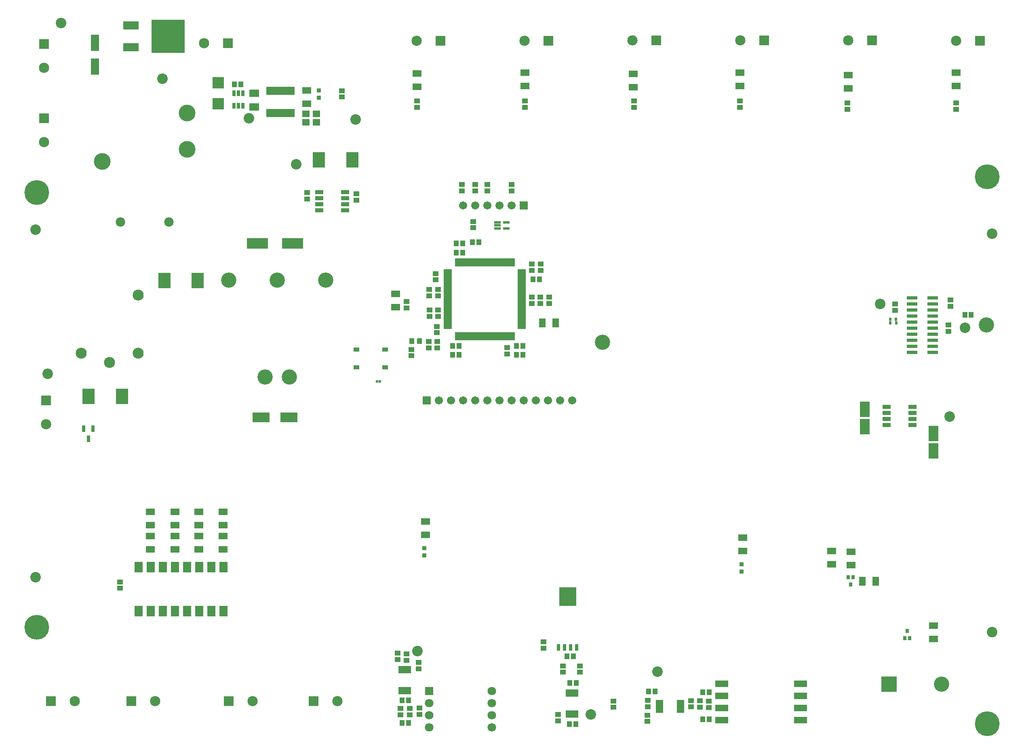
<source format=gts>
G04*
G04 #@! TF.GenerationSoftware,Altium Limited,Altium Designer,20.0.1 (14)*
G04*
G04 Layer_Color=8388736*
%FSLAX44Y44*%
%MOMM*%
G71*
G01*
G75*
%ADD61R,3.2032X1.8032*%
%ADD62R,6.9032X6.9032*%
%ADD63R,2.2032X0.8032*%
%ADD64C,2.2032*%
%ADD65R,1.4032X1.8532*%
%ADD66R,3.6032X3.9032*%
%ADD67R,0.8032X1.4032*%
%ADD68R,1.0532X1.1532*%
%ADD69R,0.6632X0.8482*%
%ADD70R,1.8532X1.4032*%
%ADD71C,2.2032*%
%ADD72R,1.1032X1.2032*%
%ADD73R,3.6532X2.0532*%
%ADD74R,1.2032X1.1032*%
%ADD75R,1.8032X3.4032*%
%ADD76R,1.1532X1.0532*%
%ADD77R,2.5032X3.2532*%
%ADD78R,1.7282X0.8532*%
%ADD79R,2.0532X3.2032*%
%ADD80R,0.6332X0.6350*%
%ADD81R,0.5532X0.6604*%
%ADD82R,0.5532X0.6350*%
%ADD83R,1.6032X0.6532*%
%ADD84R,4.4032X2.3032*%
%ADD85R,0.6532X1.6032*%
%ADD86R,1.6532X2.2032*%
%ADD87R,0.9032X0.9532*%
%ADD88R,1.4032X0.6032*%
%ADD89R,1.4032X0.5334*%
%ADD90R,1.0532X1.2032*%
%ADD91R,0.6282X0.5032*%
%ADD92R,1.2032X0.9032*%
%ADD93R,0.5032X1.6782*%
%ADD94R,1.6782X0.5032*%
%ADD95R,1.5532X1.3532*%
%ADD96R,5.9032X1.8032*%
%ADD97R,0.7532X1.2532*%
%ADD98R,2.0032X1.5032*%
%ADD99R,2.3532X2.4032*%
%ADD100R,2.8032X1.4032*%
%ADD101R,0.8032X1.4532*%
%ADD102C,5.2032*%
%ADD103R,2.1532X2.1532*%
%ADD104C,2.1532*%
%ADD105C,3.2032*%
%ADD106R,3.2032X3.2032*%
%ADD107R,2.1532X2.1532*%
%ADD108C,1.7032*%
%ADD109R,1.7032X1.7032*%
%ADD110C,1.8032*%
%ADD111R,1.8032X1.8032*%
%ADD112C,2.3032*%
%ADD113C,3.4932*%
%ADD114C,1.9732*%
D61*
X491610Y2089150D02*
D03*
Y2134870D02*
D03*
D62*
X570110Y2112010D02*
D03*
D63*
X2171360Y1563732D02*
D03*
Y1551033D02*
D03*
Y1525632D02*
D03*
Y1487533D02*
D03*
Y1462133D02*
D03*
Y1449433D02*
D03*
X2128860Y1563732D02*
D03*
Y1551033D02*
D03*
Y1525632D02*
D03*
Y1487533D02*
D03*
Y1462133D02*
D03*
Y1449433D02*
D03*
X2171360Y1538333D02*
D03*
Y1512932D02*
D03*
Y1500233D02*
D03*
Y1474832D02*
D03*
X2128860Y1538333D02*
D03*
Y1512932D02*
D03*
Y1500233D02*
D03*
Y1474832D02*
D03*
D64*
X292100Y977900D02*
D03*
Y1706880D02*
D03*
X2296160Y1697990D02*
D03*
Y862330D02*
D03*
D65*
X1353760Y1510830D02*
D03*
X1381760D02*
D03*
X2024350Y969110D02*
D03*
X2052350D02*
D03*
D66*
X1406730Y936823D02*
D03*
D67*
X1425780Y830322D02*
D03*
X1413080D02*
D03*
X1387680D02*
D03*
X1400380D02*
D03*
D68*
X1703220Y736600D02*
D03*
X1690220D02*
D03*
X1703260Y679450D02*
D03*
X1690260D02*
D03*
X1424660Y755650D02*
D03*
X1411660D02*
D03*
X1073300Y719825D02*
D03*
X1060300D02*
D03*
X1220620Y1680210D02*
D03*
X1207620D02*
D03*
X2239010Y1527810D02*
D03*
X2252010D02*
D03*
D69*
X2004600Y977800D02*
D03*
X1994600D02*
D03*
X1999600Y962760D02*
D03*
X2113360Y849730D02*
D03*
X2123360D02*
D03*
X2118360Y864770D02*
D03*
D70*
X1959610Y1004540D02*
D03*
Y1032540D02*
D03*
X2000250Y1003240D02*
D03*
Y1031240D02*
D03*
X2172970Y848330D02*
D03*
Y876330D02*
D03*
X1767840Y2007840D02*
D03*
Y2035840D02*
D03*
X1544409Y2005300D02*
D03*
Y2033300D02*
D03*
X1994700Y2002730D02*
D03*
Y2030730D02*
D03*
X2220760Y2007840D02*
D03*
Y2035840D02*
D03*
X1316990Y2007840D02*
D03*
Y2035840D02*
D03*
X1090930Y2006570D02*
D03*
Y2034570D02*
D03*
X684530Y1064290D02*
D03*
Y1036290D02*
D03*
X633730Y1064290D02*
D03*
Y1036290D02*
D03*
X584200Y1064290D02*
D03*
Y1036290D02*
D03*
Y1115090D02*
D03*
Y1087090D02*
D03*
X532130Y1064290D02*
D03*
Y1036290D02*
D03*
Y1115090D02*
D03*
Y1087090D02*
D03*
X1109140Y1094770D02*
D03*
Y1066770D02*
D03*
X1046480Y1572290D02*
D03*
Y1544290D02*
D03*
X684530Y1087090D02*
D03*
Y1115090D02*
D03*
X633730Y1087090D02*
D03*
Y1115090D02*
D03*
X1773350Y1032480D02*
D03*
Y1060480D02*
D03*
X859790Y1998980D02*
D03*
Y1970980D02*
D03*
D71*
X2239010Y1500877D02*
D03*
X317500Y1404620D02*
D03*
X345440Y2139950D02*
D03*
X2061210Y1550830D02*
D03*
X1595120Y779780D02*
D03*
X1092200Y822960D02*
D03*
X557530Y2023110D02*
D03*
X962660Y1938020D02*
D03*
X739140Y1940560D02*
D03*
X838200Y1844040D02*
D03*
X1455420Y689610D02*
D03*
X2207260Y1314450D02*
D03*
D72*
X1405490Y811530D02*
D03*
X1418990D02*
D03*
X1576540Y737870D02*
D03*
X1590040D02*
D03*
X1410570Y669290D02*
D03*
X1424070D02*
D03*
X1060050Y671740D02*
D03*
X1073550D02*
D03*
X1334370Y1602740D02*
D03*
X1347870D02*
D03*
X1173080Y1677670D02*
D03*
X1186580D02*
D03*
X1173080Y1658620D02*
D03*
X1186580D02*
D03*
X1313223Y1443990D02*
D03*
X1299723D02*
D03*
X1313223Y1463040D02*
D03*
X1299723D02*
D03*
X1178960Y1443990D02*
D03*
X1165460D02*
D03*
X1178960Y1463040D02*
D03*
X1165460D02*
D03*
X721760Y2011680D02*
D03*
X708260D02*
D03*
D73*
X764750Y1313180D02*
D03*
X822750D02*
D03*
D74*
X1545590Y1976520D02*
D03*
Y1963020D02*
D03*
X1280160Y1446130D02*
D03*
Y1459630D02*
D03*
X861060Y1784750D02*
D03*
Y1771250D02*
D03*
X2204720Y1506983D02*
D03*
Y1493483D02*
D03*
X2092960Y1551070D02*
D03*
Y1537570D02*
D03*
X1767955Y1976520D02*
D03*
Y1963020D02*
D03*
X1993240Y1972710D02*
D03*
Y1959210D02*
D03*
X2220760Y1972710D02*
D03*
Y1959210D02*
D03*
X1316990Y1976520D02*
D03*
Y1963020D02*
D03*
X1090930Y1976520D02*
D03*
Y1963020D02*
D03*
X1702325Y717950D02*
D03*
Y704450D02*
D03*
X1684283Y718307D02*
D03*
Y704807D02*
D03*
X1574800Y719577D02*
D03*
Y706077D02*
D03*
X1386410Y676510D02*
D03*
Y690010D02*
D03*
X1094740Y785730D02*
D03*
Y799230D02*
D03*
X1356360Y842410D02*
D03*
Y828910D02*
D03*
X1050290Y818280D02*
D03*
Y804780D02*
D03*
X1096010Y690080D02*
D03*
Y703580D02*
D03*
X1133722Y1472330D02*
D03*
Y1458830D02*
D03*
X1115680Y1472330D02*
D03*
Y1458830D02*
D03*
X1069340Y1542650D02*
D03*
Y1556150D02*
D03*
X1331705Y1565040D02*
D03*
Y1551540D02*
D03*
X1349747Y1565040D02*
D03*
Y1551540D02*
D03*
X1367790Y1565040D02*
D03*
Y1551540D02*
D03*
X1331967Y1634533D02*
D03*
Y1621033D02*
D03*
X1350010Y1634533D02*
D03*
Y1621033D02*
D03*
X1117600Y1538370D02*
D03*
Y1524870D02*
D03*
X1135643Y1538370D02*
D03*
Y1524870D02*
D03*
X1116330Y1568050D02*
D03*
Y1581550D02*
D03*
X1135380Y1568050D02*
D03*
Y1581550D02*
D03*
X2208530Y1559603D02*
D03*
Y1546103D02*
D03*
X963930Y1768310D02*
D03*
Y1781810D02*
D03*
D75*
X416560Y2098910D02*
D03*
Y2048910D02*
D03*
D76*
X1130300Y1601320D02*
D03*
Y1614320D02*
D03*
X1664970Y705970D02*
D03*
Y718970D02*
D03*
X1573530Y688285D02*
D03*
Y675285D02*
D03*
X1069340Y803610D02*
D03*
Y816610D02*
D03*
X1396570Y791360D02*
D03*
Y778360D02*
D03*
X1432655Y791360D02*
D03*
Y778360D02*
D03*
X1075643Y689282D02*
D03*
Y702283D02*
D03*
X1056640Y689282D02*
D03*
Y702283D02*
D03*
X1212850Y1788305D02*
D03*
Y1801305D02*
D03*
X1184910Y1788305D02*
D03*
Y1801305D02*
D03*
X1209040Y1710540D02*
D03*
Y1723540D02*
D03*
X1079500Y1455570D02*
D03*
Y1442570D02*
D03*
X1132840Y1503830D02*
D03*
Y1490830D02*
D03*
X1502410Y705057D02*
D03*
Y718057D02*
D03*
X1238250Y1801305D02*
D03*
Y1788305D02*
D03*
X1289050Y1801305D02*
D03*
Y1788305D02*
D03*
X933450Y1984860D02*
D03*
Y1997860D02*
D03*
X468630Y967740D02*
D03*
Y954740D02*
D03*
D77*
X885750Y1852930D02*
D03*
X955750D02*
D03*
X631900Y1600200D02*
D03*
X561900D02*
D03*
X403150Y1357258D02*
D03*
X473150D02*
D03*
D78*
X886010Y1785620D02*
D03*
Y1772920D02*
D03*
Y1760220D02*
D03*
Y1747520D02*
D03*
X940250D02*
D03*
Y1760220D02*
D03*
Y1772920D02*
D03*
Y1785620D02*
D03*
X2128970Y1334770D02*
D03*
Y1322070D02*
D03*
Y1309370D02*
D03*
Y1296670D02*
D03*
X2074730D02*
D03*
Y1309370D02*
D03*
Y1322070D02*
D03*
Y1334770D02*
D03*
D79*
X2029460Y1293910D02*
D03*
Y1329910D02*
D03*
X2172970Y1243110D02*
D03*
Y1279110D02*
D03*
D80*
X2094750Y1518860D02*
D03*
D81*
X2083150D02*
D03*
Y1511360D02*
D03*
D82*
X2095150D02*
D03*
D83*
X1599380Y697038D02*
D03*
Y703537D02*
D03*
Y710038D02*
D03*
Y716538D02*
D03*
X1643380D02*
D03*
Y710038D02*
D03*
Y703537D02*
D03*
Y697038D02*
D03*
D84*
X756750Y1677670D02*
D03*
X830750D02*
D03*
D85*
X1425370Y690687D02*
D03*
X1418870D02*
D03*
X1412370D02*
D03*
X1405870D02*
D03*
Y734687D02*
D03*
X1412370D02*
D03*
X1418870D02*
D03*
X1425370D02*
D03*
X1055780Y783867D02*
D03*
X1062280D02*
D03*
X1068780D02*
D03*
X1075280D02*
D03*
Y739867D02*
D03*
X1068780D02*
D03*
X1062280D02*
D03*
X1055780D02*
D03*
D86*
X685800Y998500D02*
D03*
X660400D02*
D03*
X635000D02*
D03*
X609600D02*
D03*
X584200D02*
D03*
X558800D02*
D03*
X533400D02*
D03*
X508000D02*
D03*
Y906500D02*
D03*
X533400D02*
D03*
X558800D02*
D03*
X584200D02*
D03*
X609600D02*
D03*
X635000D02*
D03*
X660400D02*
D03*
X685800D02*
D03*
D87*
X1770810Y1004450D02*
D03*
Y989450D02*
D03*
X1106600Y1038740D02*
D03*
Y1023740D02*
D03*
X885190Y1998980D02*
D03*
Y1983980D02*
D03*
D88*
X1278790Y1722270D02*
D03*
Y1709270D02*
D03*
D89*
X1259790D02*
D03*
Y1715770D02*
D03*
Y1722270D02*
D03*
D90*
X1080390Y1473200D02*
D03*
X1096390D02*
D03*
D91*
X1013670Y1388110D02*
D03*
X1007420D02*
D03*
D92*
X1024410Y1417870D02*
D03*
X964410D02*
D03*
X1024410Y1454870D02*
D03*
X964410D02*
D03*
D93*
X1173435Y1638210D02*
D03*
X1178435D02*
D03*
X1183435D02*
D03*
X1188435D02*
D03*
X1193435D02*
D03*
X1198435D02*
D03*
X1203435D02*
D03*
X1208435D02*
D03*
X1213435D02*
D03*
X1218435D02*
D03*
X1223435D02*
D03*
X1228435D02*
D03*
X1233435D02*
D03*
X1238435D02*
D03*
X1243435D02*
D03*
X1248435D02*
D03*
X1253435D02*
D03*
X1258435D02*
D03*
X1263435D02*
D03*
X1268435D02*
D03*
X1273435D02*
D03*
X1278435D02*
D03*
X1283435D02*
D03*
X1288435D02*
D03*
X1293435D02*
D03*
Y1483450D02*
D03*
X1288435D02*
D03*
X1283435D02*
D03*
X1278435D02*
D03*
X1273435D02*
D03*
X1268435D02*
D03*
X1263435D02*
D03*
X1258435D02*
D03*
X1253435D02*
D03*
X1248435D02*
D03*
X1243435D02*
D03*
X1238435D02*
D03*
X1233435D02*
D03*
X1228435D02*
D03*
X1223435D02*
D03*
X1218435D02*
D03*
X1213435D02*
D03*
X1208435D02*
D03*
X1203435D02*
D03*
X1198435D02*
D03*
X1193435D02*
D03*
X1188435D02*
D03*
X1183435D02*
D03*
X1178435D02*
D03*
X1173435D02*
D03*
D94*
X1310815Y1620830D02*
D03*
Y1615830D02*
D03*
Y1610830D02*
D03*
Y1605830D02*
D03*
Y1600830D02*
D03*
Y1595830D02*
D03*
Y1590830D02*
D03*
Y1585830D02*
D03*
Y1580830D02*
D03*
Y1575830D02*
D03*
Y1570830D02*
D03*
Y1565830D02*
D03*
Y1560830D02*
D03*
Y1555830D02*
D03*
Y1550830D02*
D03*
Y1545830D02*
D03*
Y1540830D02*
D03*
Y1535830D02*
D03*
Y1530830D02*
D03*
Y1525830D02*
D03*
Y1520830D02*
D03*
Y1515830D02*
D03*
Y1510830D02*
D03*
Y1505830D02*
D03*
Y1500830D02*
D03*
X1156055D02*
D03*
Y1505830D02*
D03*
Y1510830D02*
D03*
Y1515830D02*
D03*
Y1520830D02*
D03*
Y1525830D02*
D03*
Y1530830D02*
D03*
Y1535830D02*
D03*
Y1540830D02*
D03*
Y1545830D02*
D03*
Y1550830D02*
D03*
Y1555830D02*
D03*
Y1560830D02*
D03*
Y1565830D02*
D03*
Y1570830D02*
D03*
Y1575830D02*
D03*
Y1580830D02*
D03*
Y1585830D02*
D03*
Y1590830D02*
D03*
Y1595830D02*
D03*
Y1600830D02*
D03*
Y1605830D02*
D03*
Y1610830D02*
D03*
Y1615830D02*
D03*
Y1620830D02*
D03*
D95*
X880110Y1949310D02*
D03*
Y1931810D02*
D03*
X858067Y1949310D02*
D03*
Y1931810D02*
D03*
D96*
X804998Y1951350D02*
D03*
Y1998350D02*
D03*
D97*
X707662Y1992930D02*
D03*
X717162D02*
D03*
X726663D02*
D03*
Y1966930D02*
D03*
X717162D02*
D03*
X707662D02*
D03*
D98*
X749955Y1964160D02*
D03*
Y1993160D02*
D03*
D99*
X674370Y1970630D02*
D03*
Y2014630D02*
D03*
D100*
X1729790Y754380D02*
D03*
Y728980D02*
D03*
Y703580D02*
D03*
Y678180D02*
D03*
X1894790Y754380D02*
D03*
Y728980D02*
D03*
Y703580D02*
D03*
Y678180D02*
D03*
D101*
X412140Y1289390D02*
D03*
X393040D02*
D03*
X402590Y1268390D02*
D03*
D102*
X2286000Y670560D02*
D03*
Y1817370D02*
D03*
X294640Y1784350D02*
D03*
Y872490D02*
D03*
D103*
X695160Y2098040D02*
D03*
X1140460Y2103120D02*
D03*
X2270760D02*
D03*
X2044700Y2103932D02*
D03*
X1818640D02*
D03*
X1592580D02*
D03*
X1366520Y2103120D02*
D03*
X874560Y717550D02*
D03*
X696760D02*
D03*
X492290D02*
D03*
X323850D02*
D03*
D104*
X645160Y2098040D02*
D03*
X1090460Y2103120D02*
D03*
X2220760D02*
D03*
X1994700Y2103932D02*
D03*
X1768640D02*
D03*
X1542580D02*
D03*
X1316520Y2103120D02*
D03*
X309880Y2045991D02*
D03*
Y1890560D02*
D03*
X313690Y1298740D02*
D03*
X924560Y717550D02*
D03*
X746760D02*
D03*
X542290D02*
D03*
X373850D02*
D03*
D105*
X2190260Y753378D02*
D03*
X696760Y1600748D02*
D03*
X798360D02*
D03*
X899960D02*
D03*
X772960Y1397548D02*
D03*
X823760D02*
D03*
X1479550Y1470152D02*
D03*
X2284000Y1506580D02*
D03*
D106*
X2080260Y753378D02*
D03*
D107*
X309880Y2095992D02*
D03*
Y1940560D02*
D03*
X313690Y1348740D02*
D03*
D108*
X1187450Y1757680D02*
D03*
X1212850D02*
D03*
X1238250D02*
D03*
X1263650D02*
D03*
X1289050D02*
D03*
X1137080Y1348740D02*
D03*
X1162480D02*
D03*
X1187880D02*
D03*
X1213280D02*
D03*
X1238680D02*
D03*
X1264080D02*
D03*
X1289480D02*
D03*
X1314880D02*
D03*
X1340280D02*
D03*
X1365680D02*
D03*
X1391080D02*
D03*
X1416480D02*
D03*
D109*
X1314450Y1757680D02*
D03*
X1111680Y1348740D02*
D03*
D110*
X1247879Y662940D02*
D03*
Y688340D02*
D03*
Y713740D02*
D03*
Y739140D02*
D03*
X1117078Y662940D02*
D03*
Y688340D02*
D03*
Y713740D02*
D03*
D111*
Y739140D02*
D03*
D112*
X447350Y1427800D02*
D03*
X507350Y1447800D02*
D03*
Y1569800D02*
D03*
X387350Y1447800D02*
D03*
D113*
X431800Y1849790D02*
D03*
X609600Y1875190D02*
D03*
Y1951390D02*
D03*
D114*
X469900Y1722790D02*
D03*
X571500D02*
D03*
M02*

</source>
